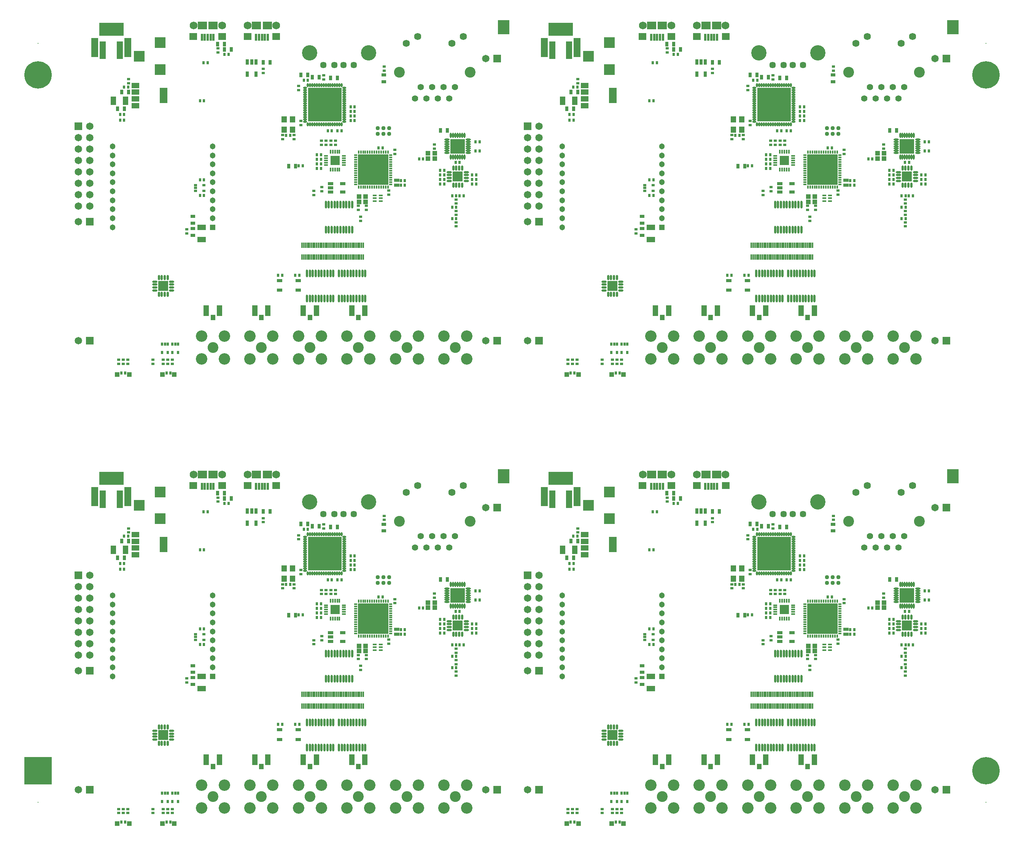
<source format=gts>
G04 Layer_Color=8388736*
%FSLAX24Y24*%
%MOIN*%
G70*
G01*
G75*
%ADD127R,0.2400X0.2400*%
%ADD128C,0.2400*%
%ADD129R,0.0296X0.0217*%
%ADD130R,0.0414X0.0257*%
%ADD131R,0.0469X0.0921*%
%ADD132R,0.0449X0.0469*%
%ADD133R,0.0434X0.0395*%
%ADD134R,0.0493X0.0729*%
%ADD135R,0.0729X0.0493*%
%ADD136R,0.0217X0.0296*%
%ADD137R,0.0296X0.0225*%
%ADD138R,0.0236X0.0610*%
%ADD139R,0.0139X0.0509*%
%ADD140R,0.0473X0.0572*%
%ADD141C,0.0370*%
%ADD142R,0.0827X0.0709*%
%ADD143R,0.0709X0.0630*%
%ADD144O,0.0198X0.0454*%
%ADD145O,0.0454X0.0198*%
%ADD146R,0.0910X0.0910*%
%ADD147O,0.0170X0.0454*%
%ADD148O,0.0454X0.0170*%
%ADD149R,0.1300X0.1300*%
%ADD150R,0.0257X0.0414*%
%ADD151R,0.0355X0.0178*%
%ADD152R,0.0454X0.0257*%
%ADD153R,0.2658X0.2658*%
%ADD154O,0.0296X0.0158*%
%ADD155O,0.0158X0.0296*%
%ADD156O,0.0178X0.0670*%
%ADD157R,0.0473X0.0296*%
%ADD158R,0.0847X0.0847*%
%ADD159O,0.0375X0.0158*%
%ADD160O,0.0158X0.0375*%
%ADD161R,0.2934X0.2934*%
%ADD162O,0.0355X0.0170*%
%ADD163O,0.0170X0.0355*%
%ADD164R,0.0296X0.0473*%
%ADD165R,0.0651X0.0454*%
%ADD166R,0.0651X0.1359*%
%ADD167R,0.0473X0.0316*%
%ADD168O,0.0454X0.0178*%
%ADD169O,0.0178X0.0454*%
%ADD170R,0.0887X0.0887*%
%ADD171R,0.0232X0.0252*%
%ADD172R,0.0390X0.0409*%
%ADD173R,0.0225X0.0296*%
%ADD174R,0.0530X0.1535*%
%ADD175R,0.0630X0.1705*%
%ADD176R,0.2155X0.1155*%
%ADD177C,0.0080*%
%ADD178C,0.1005*%
%ADD179C,0.0946*%
%ADD180C,0.0060*%
%ADD181C,0.1340*%
%ADD182C,0.0572*%
%ADD183R,0.0926X0.0926*%
%ADD184C,0.0651*%
%ADD185R,0.0651X0.0651*%
%ADD186C,0.0556*%
%ADD187C,0.0623*%
%ADD188R,0.0651X0.0651*%
%ADD189C,0.0690*%
%ADD190C,0.0513*%
%ADD191R,0.0513X0.0513*%
G36*
X82840Y69484D02*
X81840D01*
Y70734D01*
X82840D01*
Y69484D01*
D02*
G37*
G36*
X43470D02*
X42470D01*
Y70734D01*
X43470D01*
Y69484D01*
D02*
G37*
G36*
X82840Y30114D02*
X81840D01*
Y31364D01*
X82840D01*
Y30114D01*
D02*
G37*
G36*
X43470D02*
X42470D01*
Y31364D01*
X43470D01*
Y30114D01*
D02*
G37*
D127*
X2165Y4921D02*
D03*
D128*
Y65945D02*
D03*
X85236D02*
D03*
Y4921D02*
D03*
D129*
X32479Y26923D02*
D03*
Y27277D02*
D03*
X21882Y27077D02*
D03*
Y26723D02*
D03*
X27382Y20777D02*
D03*
Y20423D02*
D03*
X38805Y13633D02*
D03*
Y13279D02*
D03*
Y14279D02*
D03*
Y14633D02*
D03*
Y15279D02*
D03*
Y15633D02*
D03*
X36902Y20455D02*
D03*
Y20101D02*
D03*
X30432Y14127D02*
D03*
Y13773D02*
D03*
X32882Y16427D02*
D03*
Y16073D02*
D03*
X33432Y19623D02*
D03*
Y19977D02*
D03*
X30932Y14723D02*
D03*
Y15077D02*
D03*
X30232Y14723D02*
D03*
Y15077D02*
D03*
X26332Y16023D02*
D03*
Y16377D02*
D03*
X27032Y16727D02*
D03*
Y16373D02*
D03*
X27832Y20423D02*
D03*
Y20777D02*
D03*
X28232D02*
D03*
Y20423D02*
D03*
X26982Y20777D02*
D03*
Y20423D02*
D03*
X23582Y21277D02*
D03*
Y20923D02*
D03*
X24582Y21277D02*
D03*
Y20923D02*
D03*
X25182Y22527D02*
D03*
Y22173D02*
D03*
X24982Y25577D02*
D03*
Y25223D02*
D03*
X27182Y26527D02*
D03*
Y26173D02*
D03*
X17932Y28877D02*
D03*
Y28523D02*
D03*
X10082Y25823D02*
D03*
Y26177D02*
D03*
X15182Y13027D02*
D03*
Y12673D02*
D03*
X9629Y1577D02*
D03*
Y1223D02*
D03*
X9229D02*
D03*
Y1577D02*
D03*
X10029Y1223D02*
D03*
Y1577D02*
D03*
X13929D02*
D03*
Y1223D02*
D03*
X13529Y1577D02*
D03*
Y1223D02*
D03*
X13129Y1577D02*
D03*
Y1223D02*
D03*
X12229Y1577D02*
D03*
Y1223D02*
D03*
X71849Y26923D02*
D03*
Y27277D02*
D03*
X61252Y27077D02*
D03*
Y26723D02*
D03*
X66752Y20777D02*
D03*
Y20423D02*
D03*
X78175Y13633D02*
D03*
Y13279D02*
D03*
Y14279D02*
D03*
Y14633D02*
D03*
Y15279D02*
D03*
Y15633D02*
D03*
X76272Y20455D02*
D03*
Y20101D02*
D03*
X69802Y14127D02*
D03*
Y13773D02*
D03*
X72252Y16427D02*
D03*
Y16073D02*
D03*
X72802Y19623D02*
D03*
Y19977D02*
D03*
X70302Y14723D02*
D03*
Y15077D02*
D03*
X69602Y14723D02*
D03*
Y15077D02*
D03*
X65702Y16023D02*
D03*
Y16377D02*
D03*
X66402Y16727D02*
D03*
Y16373D02*
D03*
X67202Y20423D02*
D03*
Y20777D02*
D03*
X67602D02*
D03*
Y20423D02*
D03*
X66352Y20777D02*
D03*
Y20423D02*
D03*
X62952Y21277D02*
D03*
Y20923D02*
D03*
X63952Y21277D02*
D03*
Y20923D02*
D03*
X64552Y22527D02*
D03*
Y22173D02*
D03*
X64352Y25577D02*
D03*
Y25223D02*
D03*
X66552Y26527D02*
D03*
Y26173D02*
D03*
X57302Y28877D02*
D03*
Y28523D02*
D03*
X49452Y25823D02*
D03*
Y26177D02*
D03*
X54552Y13027D02*
D03*
Y12673D02*
D03*
X48999Y1577D02*
D03*
Y1223D02*
D03*
X48599D02*
D03*
Y1577D02*
D03*
X49399Y1223D02*
D03*
Y1577D02*
D03*
X53299D02*
D03*
Y1223D02*
D03*
X52899Y1577D02*
D03*
Y1223D02*
D03*
X52499Y1577D02*
D03*
Y1223D02*
D03*
X51599Y1577D02*
D03*
Y1223D02*
D03*
X32479Y66293D02*
D03*
Y66647D02*
D03*
X21882Y66447D02*
D03*
Y66093D02*
D03*
X27382Y60147D02*
D03*
Y59793D02*
D03*
X38805Y53004D02*
D03*
Y52649D02*
D03*
Y53649D02*
D03*
Y54004D02*
D03*
Y54649D02*
D03*
Y55004D02*
D03*
X36902Y59825D02*
D03*
Y59471D02*
D03*
X30432Y53497D02*
D03*
Y53143D02*
D03*
X32882Y55797D02*
D03*
Y55443D02*
D03*
X33432Y58993D02*
D03*
Y59347D02*
D03*
X30932Y54093D02*
D03*
Y54447D02*
D03*
X30232Y54093D02*
D03*
Y54447D02*
D03*
X26332Y55393D02*
D03*
Y55747D02*
D03*
X27032Y56097D02*
D03*
Y55743D02*
D03*
X27832Y59793D02*
D03*
Y60147D02*
D03*
X28232D02*
D03*
Y59793D02*
D03*
X26982Y60147D02*
D03*
Y59793D02*
D03*
X23582Y60647D02*
D03*
Y60293D02*
D03*
X24582Y60647D02*
D03*
Y60293D02*
D03*
X25182Y61897D02*
D03*
Y61543D02*
D03*
X24982Y64947D02*
D03*
Y64593D02*
D03*
X27182Y65897D02*
D03*
Y65543D02*
D03*
X17932Y68247D02*
D03*
Y67893D02*
D03*
X10082Y65193D02*
D03*
Y65547D02*
D03*
X15182Y52397D02*
D03*
Y52043D02*
D03*
X9629Y40947D02*
D03*
Y40593D02*
D03*
X9229D02*
D03*
Y40947D02*
D03*
X10029Y40593D02*
D03*
Y40947D02*
D03*
X13929D02*
D03*
Y40593D02*
D03*
X13529Y40947D02*
D03*
Y40593D02*
D03*
X13129Y40947D02*
D03*
Y40593D02*
D03*
X12229Y40947D02*
D03*
Y40593D02*
D03*
X71849Y66293D02*
D03*
Y66647D02*
D03*
X61252Y66447D02*
D03*
Y66093D02*
D03*
X66752Y60147D02*
D03*
Y59793D02*
D03*
X78175Y53004D02*
D03*
Y52649D02*
D03*
Y53649D02*
D03*
Y54004D02*
D03*
Y54649D02*
D03*
Y55004D02*
D03*
X76272Y59825D02*
D03*
Y59471D02*
D03*
X69802Y53497D02*
D03*
Y53143D02*
D03*
X72252Y55797D02*
D03*
Y55443D02*
D03*
X72802Y58993D02*
D03*
Y59347D02*
D03*
X70302Y54093D02*
D03*
Y54447D02*
D03*
X69602Y54093D02*
D03*
Y54447D02*
D03*
X65702Y55393D02*
D03*
Y55747D02*
D03*
X66402Y56097D02*
D03*
Y55743D02*
D03*
X67202Y59793D02*
D03*
Y60147D02*
D03*
X67602D02*
D03*
Y59793D02*
D03*
X66352Y60147D02*
D03*
Y59793D02*
D03*
X62952Y60647D02*
D03*
Y60293D02*
D03*
X63952Y60647D02*
D03*
Y60293D02*
D03*
X64552Y61897D02*
D03*
Y61543D02*
D03*
X64352Y64947D02*
D03*
Y64593D02*
D03*
X66552Y65897D02*
D03*
Y65543D02*
D03*
X57302Y68247D02*
D03*
Y67893D02*
D03*
X49452Y65193D02*
D03*
Y65547D02*
D03*
X54552Y52397D02*
D03*
Y52043D02*
D03*
X48999Y40947D02*
D03*
Y40593D02*
D03*
X48599D02*
D03*
Y40947D02*
D03*
X49399Y40593D02*
D03*
Y40947D02*
D03*
X53299D02*
D03*
Y40593D02*
D03*
X52899Y40947D02*
D03*
Y40593D02*
D03*
X52499Y40947D02*
D03*
Y40593D02*
D03*
X51599Y40947D02*
D03*
Y40593D02*
D03*
D130*
X32470Y25955D02*
D03*
Y26545D02*
D03*
X15732Y12505D02*
D03*
Y13095D02*
D03*
Y14145D02*
D03*
Y13555D02*
D03*
X71841Y25955D02*
D03*
Y26545D02*
D03*
X55102Y12505D02*
D03*
Y13095D02*
D03*
Y14145D02*
D03*
Y13555D02*
D03*
X32470Y65325D02*
D03*
Y65915D02*
D03*
X15732Y51875D02*
D03*
Y52465D02*
D03*
Y53515D02*
D03*
Y52925D02*
D03*
X71841Y65325D02*
D03*
Y65915D02*
D03*
X55102Y51875D02*
D03*
Y52465D02*
D03*
Y53515D02*
D03*
Y52925D02*
D03*
D131*
X29648Y5900D02*
D03*
X30810D02*
D03*
X26560D02*
D03*
X25398D02*
D03*
X21148D02*
D03*
X22310D02*
D03*
X18060D02*
D03*
X16898D02*
D03*
X69019D02*
D03*
X70180D02*
D03*
X65930D02*
D03*
X64769D02*
D03*
X60518D02*
D03*
X61680D02*
D03*
X57430D02*
D03*
X56269D02*
D03*
X29648Y45270D02*
D03*
X30810D02*
D03*
X26560D02*
D03*
X25398D02*
D03*
X21148D02*
D03*
X22310D02*
D03*
X18060D02*
D03*
X16898D02*
D03*
X69019D02*
D03*
X70180D02*
D03*
X65930D02*
D03*
X64769D02*
D03*
X60518D02*
D03*
X61680D02*
D03*
X57430D02*
D03*
X56269D02*
D03*
D132*
X30229Y5300D02*
D03*
X25979D02*
D03*
X21729D02*
D03*
X17479D02*
D03*
X69599D02*
D03*
X65349D02*
D03*
X61099D02*
D03*
X56849D02*
D03*
X30229Y44670D02*
D03*
X25979D02*
D03*
X21729D02*
D03*
X17479D02*
D03*
X69599D02*
D03*
X65349D02*
D03*
X61099D02*
D03*
X56849D02*
D03*
D133*
X36915Y19224D02*
D03*
X36344D02*
D03*
Y19676D02*
D03*
X36915D02*
D03*
X30297Y15876D02*
D03*
X30868D02*
D03*
Y15424D02*
D03*
X30297D02*
D03*
X76285Y19224D02*
D03*
X75714D02*
D03*
Y19676D02*
D03*
X76285D02*
D03*
X69667Y15876D02*
D03*
X70238D02*
D03*
Y15424D02*
D03*
X69667D02*
D03*
X36915Y58594D02*
D03*
X36344D02*
D03*
Y59046D02*
D03*
X36915D02*
D03*
X30297Y55246D02*
D03*
X30868D02*
D03*
Y54794D02*
D03*
X30297D02*
D03*
X76285Y58594D02*
D03*
X75714D02*
D03*
Y59046D02*
D03*
X76285D02*
D03*
X69667Y55246D02*
D03*
X70238D02*
D03*
Y54794D02*
D03*
X69667D02*
D03*
D134*
X9814Y24300D02*
D03*
X8751D02*
D03*
X49184D02*
D03*
X48121D02*
D03*
X9814Y63670D02*
D03*
X8751D02*
D03*
X49184D02*
D03*
X48121D02*
D03*
D135*
X16482Y13182D02*
D03*
Y12119D02*
D03*
X55852Y13182D02*
D03*
Y12119D02*
D03*
X16482Y52552D02*
D03*
Y51489D02*
D03*
X55852Y52552D02*
D03*
Y51489D02*
D03*
D136*
X16355Y17350D02*
D03*
X16709D02*
D03*
Y16000D02*
D03*
X16355D02*
D03*
X38809Y13950D02*
D03*
X38455D02*
D03*
X38809Y14950D02*
D03*
X38455D02*
D03*
X38809Y15956D02*
D03*
X38455D02*
D03*
X39459D02*
D03*
X39105D02*
D03*
X40205Y17006D02*
D03*
X40559D02*
D03*
X40205Y17406D02*
D03*
X40559D02*
D03*
X40205Y17806D02*
D03*
X40559D02*
D03*
X37759Y17006D02*
D03*
X37405D02*
D03*
Y17406D02*
D03*
X37759D02*
D03*
X37405Y17806D02*
D03*
X37759D02*
D03*
X37405Y18206D02*
D03*
X37759D02*
D03*
X39109Y18906D02*
D03*
X38755D02*
D03*
X40505Y19906D02*
D03*
X40859D02*
D03*
X40505Y20706D02*
D03*
X40859D02*
D03*
X35552Y19200D02*
D03*
X35906D02*
D03*
X33955Y16900D02*
D03*
X34309D02*
D03*
X33955Y17300D02*
D03*
X34309D02*
D03*
X32005Y20150D02*
D03*
X32359D02*
D03*
X26605Y19150D02*
D03*
X26959D02*
D03*
X26605Y18750D02*
D03*
X26959D02*
D03*
Y18350D02*
D03*
X26605D02*
D03*
X26959Y19550D02*
D03*
X26605D02*
D03*
X25005Y18600D02*
D03*
X25359D02*
D03*
X24259Y21250D02*
D03*
X23905D02*
D03*
X27555Y21650D02*
D03*
X27909D02*
D03*
X28405D02*
D03*
X28759D02*
D03*
X29909Y22550D02*
D03*
X29555D02*
D03*
X29909Y22950D02*
D03*
X29555D02*
D03*
Y23350D02*
D03*
X29909D02*
D03*
X29555Y23750D02*
D03*
X29909D02*
D03*
X25809Y26100D02*
D03*
X25455D02*
D03*
X16658Y27613D02*
D03*
X17013D02*
D03*
X18505Y28350D02*
D03*
X18859D02*
D03*
X16355Y24300D02*
D03*
X16709D02*
D03*
X9709Y22600D02*
D03*
X9355D02*
D03*
X9709Y23100D02*
D03*
X9355D02*
D03*
X10059Y25500D02*
D03*
X9705D02*
D03*
X23202Y9000D02*
D03*
X23556D02*
D03*
X25056D02*
D03*
X24702D02*
D03*
X55725Y17350D02*
D03*
X56080D02*
D03*
Y16000D02*
D03*
X55725D02*
D03*
X78180Y13950D02*
D03*
X77825D02*
D03*
X78180Y14950D02*
D03*
X77825D02*
D03*
X78180Y15956D02*
D03*
X77825D02*
D03*
X78830D02*
D03*
X78475D02*
D03*
X79575Y17006D02*
D03*
X79930D02*
D03*
X79575Y17406D02*
D03*
X79930D02*
D03*
X79575Y17806D02*
D03*
X79930D02*
D03*
X77130Y17006D02*
D03*
X76775D02*
D03*
Y17406D02*
D03*
X77130D02*
D03*
X76775Y17806D02*
D03*
X77130D02*
D03*
X76775Y18206D02*
D03*
X77130D02*
D03*
X78480Y18906D02*
D03*
X78125D02*
D03*
X79875Y19906D02*
D03*
X80230D02*
D03*
X79875Y20706D02*
D03*
X80230D02*
D03*
X74922Y19200D02*
D03*
X75276D02*
D03*
X73325Y16900D02*
D03*
X73680D02*
D03*
X73325Y17300D02*
D03*
X73680D02*
D03*
X71375Y20150D02*
D03*
X71730D02*
D03*
X65975Y19150D02*
D03*
X66330D02*
D03*
X65975Y18750D02*
D03*
X66330D02*
D03*
Y18350D02*
D03*
X65975D02*
D03*
X66330Y19550D02*
D03*
X65975D02*
D03*
X64375Y18600D02*
D03*
X64730D02*
D03*
X63630Y21250D02*
D03*
X63275D02*
D03*
X66925Y21650D02*
D03*
X67280D02*
D03*
X67775D02*
D03*
X68130D02*
D03*
X69280Y22550D02*
D03*
X68925D02*
D03*
X69280Y22950D02*
D03*
X68925D02*
D03*
Y23350D02*
D03*
X69280D02*
D03*
X68925Y23750D02*
D03*
X69280D02*
D03*
X65180Y26100D02*
D03*
X64825D02*
D03*
X56028Y27613D02*
D03*
X56383D02*
D03*
X57875Y28350D02*
D03*
X58230D02*
D03*
X55725Y24300D02*
D03*
X56080D02*
D03*
X49080Y22600D02*
D03*
X48725D02*
D03*
X49080Y23100D02*
D03*
X48725D02*
D03*
X49430Y25500D02*
D03*
X49075D02*
D03*
X62572Y9000D02*
D03*
X62926D02*
D03*
X64426D02*
D03*
X64072D02*
D03*
X16355Y56720D02*
D03*
X16709D02*
D03*
Y55370D02*
D03*
X16355D02*
D03*
X38809Y53320D02*
D03*
X38455D02*
D03*
X38809Y54320D02*
D03*
X38455D02*
D03*
X38809Y55326D02*
D03*
X38455D02*
D03*
X39459D02*
D03*
X39105D02*
D03*
X40205Y56376D02*
D03*
X40559D02*
D03*
X40205Y56776D02*
D03*
X40559D02*
D03*
X40205Y57176D02*
D03*
X40559D02*
D03*
X37759Y56376D02*
D03*
X37405D02*
D03*
Y56776D02*
D03*
X37759D02*
D03*
X37405Y57176D02*
D03*
X37759D02*
D03*
X37405Y57576D02*
D03*
X37759D02*
D03*
X39109Y58276D02*
D03*
X38755D02*
D03*
X40505Y59276D02*
D03*
X40859D02*
D03*
X40505Y60076D02*
D03*
X40859D02*
D03*
X35552Y58570D02*
D03*
X35906D02*
D03*
X33955Y56270D02*
D03*
X34309D02*
D03*
X33955Y56670D02*
D03*
X34309D02*
D03*
X32005Y59520D02*
D03*
X32359D02*
D03*
X26605Y58520D02*
D03*
X26959D02*
D03*
X26605Y58120D02*
D03*
X26959D02*
D03*
Y57720D02*
D03*
X26605D02*
D03*
X26959Y58920D02*
D03*
X26605D02*
D03*
X25005Y57970D02*
D03*
X25359D02*
D03*
X24259Y60620D02*
D03*
X23905D02*
D03*
X27555Y61020D02*
D03*
X27909D02*
D03*
X28405D02*
D03*
X28759D02*
D03*
X29909Y61920D02*
D03*
X29555D02*
D03*
X29909Y62320D02*
D03*
X29555D02*
D03*
Y62720D02*
D03*
X29909D02*
D03*
X29555Y63120D02*
D03*
X29909D02*
D03*
X25809Y65470D02*
D03*
X25455D02*
D03*
X16658Y66983D02*
D03*
X17013D02*
D03*
X18505Y67720D02*
D03*
X18859D02*
D03*
X16355Y63670D02*
D03*
X16709D02*
D03*
X9709Y61970D02*
D03*
X9355D02*
D03*
X9709Y62470D02*
D03*
X9355D02*
D03*
X10059Y64870D02*
D03*
X9705D02*
D03*
X23202Y48370D02*
D03*
X23556D02*
D03*
X25056D02*
D03*
X24702D02*
D03*
X55725Y56720D02*
D03*
X56080D02*
D03*
Y55370D02*
D03*
X55725D02*
D03*
X78180Y53320D02*
D03*
X77825D02*
D03*
X78180Y54320D02*
D03*
X77825D02*
D03*
X78180Y55326D02*
D03*
X77825D02*
D03*
X78830D02*
D03*
X78475D02*
D03*
X79575Y56376D02*
D03*
X79930D02*
D03*
X79575Y56776D02*
D03*
X79930D02*
D03*
X79575Y57176D02*
D03*
X79930D02*
D03*
X77130Y56376D02*
D03*
X76775D02*
D03*
Y56776D02*
D03*
X77130D02*
D03*
X76775Y57176D02*
D03*
X77130D02*
D03*
X76775Y57576D02*
D03*
X77130D02*
D03*
X78480Y58276D02*
D03*
X78125D02*
D03*
X79875Y59276D02*
D03*
X80230D02*
D03*
X79875Y60076D02*
D03*
X80230D02*
D03*
X74922Y58570D02*
D03*
X75276D02*
D03*
X73325Y56270D02*
D03*
X73680D02*
D03*
X73325Y56670D02*
D03*
X73680D02*
D03*
X71375Y59520D02*
D03*
X71730D02*
D03*
X65975Y58520D02*
D03*
X66330D02*
D03*
X65975Y58120D02*
D03*
X66330D02*
D03*
Y57720D02*
D03*
X65975D02*
D03*
X66330Y58920D02*
D03*
X65975D02*
D03*
X64375Y57970D02*
D03*
X64730D02*
D03*
X63630Y60620D02*
D03*
X63275D02*
D03*
X66925Y61020D02*
D03*
X67280D02*
D03*
X67775D02*
D03*
X68130D02*
D03*
X69280Y61920D02*
D03*
X68925D02*
D03*
X69280Y62320D02*
D03*
X68925D02*
D03*
Y62720D02*
D03*
X69280D02*
D03*
X68925Y63120D02*
D03*
X69280D02*
D03*
X65180Y65470D02*
D03*
X64825D02*
D03*
X56028Y66983D02*
D03*
X56383D02*
D03*
X57875Y67720D02*
D03*
X58230D02*
D03*
X55725Y63670D02*
D03*
X56080D02*
D03*
X49080Y61970D02*
D03*
X48725D02*
D03*
X49080Y62470D02*
D03*
X48725D02*
D03*
X49430Y64870D02*
D03*
X49075D02*
D03*
X62572Y48370D02*
D03*
X62926D02*
D03*
X64426D02*
D03*
X64072D02*
D03*
D137*
X15958Y16394D02*
D03*
Y16650D02*
D03*
Y16906D02*
D03*
X16706D02*
D03*
Y16394D02*
D03*
X55328D02*
D03*
Y16650D02*
D03*
Y16906D02*
D03*
X56076D02*
D03*
Y16394D02*
D03*
X15958Y55764D02*
D03*
Y56020D02*
D03*
Y56276D02*
D03*
X16706D02*
D03*
Y55764D02*
D03*
X55328D02*
D03*
Y56020D02*
D03*
Y56276D02*
D03*
X56076D02*
D03*
Y55764D02*
D03*
D138*
X21782Y29847D02*
D03*
X22038D02*
D03*
X22294D02*
D03*
X21270D02*
D03*
X21526D02*
D03*
X17032D02*
D03*
X16776D02*
D03*
X16520D02*
D03*
X17288D02*
D03*
X17544D02*
D03*
X61152D02*
D03*
X61408D02*
D03*
X61664D02*
D03*
X60641D02*
D03*
X60896D02*
D03*
X56402D02*
D03*
X56146D02*
D03*
X55891D02*
D03*
X56658D02*
D03*
X56914D02*
D03*
X21782Y69217D02*
D03*
X22038D02*
D03*
X22294D02*
D03*
X21270D02*
D03*
X21526D02*
D03*
X17032D02*
D03*
X16776D02*
D03*
X16520D02*
D03*
X17288D02*
D03*
X17544D02*
D03*
X61152D02*
D03*
X61408D02*
D03*
X61664D02*
D03*
X60641D02*
D03*
X60896D02*
D03*
X56402D02*
D03*
X56146D02*
D03*
X55891D02*
D03*
X56658D02*
D03*
X56914D02*
D03*
D139*
X30659Y11620D02*
D03*
X30502D02*
D03*
X30344D02*
D03*
X30187D02*
D03*
X30030D02*
D03*
X29872D02*
D03*
X29715D02*
D03*
X29557D02*
D03*
X29400D02*
D03*
X29242D02*
D03*
X29085D02*
D03*
X28927D02*
D03*
X28770D02*
D03*
X28612D02*
D03*
X28455D02*
D03*
X28297D02*
D03*
X28140D02*
D03*
X27982D02*
D03*
X27825D02*
D03*
X27667D02*
D03*
X27510D02*
D03*
X27352D02*
D03*
X27195D02*
D03*
X27037D02*
D03*
X26880D02*
D03*
X26722D02*
D03*
X26565D02*
D03*
X26407D02*
D03*
X26250D02*
D03*
X26093D02*
D03*
X25935D02*
D03*
X25778D02*
D03*
X25620D02*
D03*
X25463D02*
D03*
X25305D02*
D03*
X30659Y10580D02*
D03*
X30502D02*
D03*
X30344D02*
D03*
X30187D02*
D03*
X30030D02*
D03*
X29872D02*
D03*
X29715D02*
D03*
X29557D02*
D03*
X29400D02*
D03*
X29242D02*
D03*
X29085D02*
D03*
X28927D02*
D03*
X28770D02*
D03*
X28612D02*
D03*
X28455D02*
D03*
X28297D02*
D03*
X28140D02*
D03*
X27982D02*
D03*
X27825D02*
D03*
X27667D02*
D03*
X27510D02*
D03*
X27352D02*
D03*
X27195D02*
D03*
X27037D02*
D03*
X26880D02*
D03*
X26722D02*
D03*
X26565D02*
D03*
X26407D02*
D03*
X26250D02*
D03*
X26093D02*
D03*
X25935D02*
D03*
X25778D02*
D03*
X25620D02*
D03*
X25463D02*
D03*
X25305D02*
D03*
X70030Y11620D02*
D03*
X69872D02*
D03*
X69715D02*
D03*
X69557D02*
D03*
X69400D02*
D03*
X69242D02*
D03*
X69085D02*
D03*
X68927D02*
D03*
X68770D02*
D03*
X68612D02*
D03*
X68455D02*
D03*
X68297D02*
D03*
X68140D02*
D03*
X67982D02*
D03*
X67825D02*
D03*
X67667D02*
D03*
X67510D02*
D03*
X67352D02*
D03*
X67195D02*
D03*
X67037D02*
D03*
X66880D02*
D03*
X66722D02*
D03*
X66565D02*
D03*
X66407D02*
D03*
X66250D02*
D03*
X66093D02*
D03*
X65935D02*
D03*
X65778D02*
D03*
X65620D02*
D03*
X65463D02*
D03*
X65305D02*
D03*
X65148D02*
D03*
X64990D02*
D03*
X64833D02*
D03*
X64675D02*
D03*
X70030Y10580D02*
D03*
X69872D02*
D03*
X69715D02*
D03*
X69557D02*
D03*
X69400D02*
D03*
X69242D02*
D03*
X69085D02*
D03*
X68927D02*
D03*
X68770D02*
D03*
X68612D02*
D03*
X68455D02*
D03*
X68297D02*
D03*
X68140D02*
D03*
X67982D02*
D03*
X67825D02*
D03*
X67667D02*
D03*
X67510D02*
D03*
X67352D02*
D03*
X67195D02*
D03*
X67037D02*
D03*
X66880D02*
D03*
X66722D02*
D03*
X66565D02*
D03*
X66407D02*
D03*
X66250D02*
D03*
X66093D02*
D03*
X65935D02*
D03*
X65778D02*
D03*
X65620D02*
D03*
X65463D02*
D03*
X65305D02*
D03*
X65148D02*
D03*
X64990D02*
D03*
X64833D02*
D03*
X64675D02*
D03*
X30659Y50990D02*
D03*
X30502D02*
D03*
X30344D02*
D03*
X30187D02*
D03*
X30030D02*
D03*
X29872D02*
D03*
X29715D02*
D03*
X29557D02*
D03*
X29400D02*
D03*
X29242D02*
D03*
X29085D02*
D03*
X28927D02*
D03*
X28770D02*
D03*
X28612D02*
D03*
X28455D02*
D03*
X28297D02*
D03*
X28140D02*
D03*
X27982D02*
D03*
X27825D02*
D03*
X27667D02*
D03*
X27510D02*
D03*
X27352D02*
D03*
X27195D02*
D03*
X27037D02*
D03*
X26880D02*
D03*
X26722D02*
D03*
X26565D02*
D03*
X26407D02*
D03*
X26250D02*
D03*
X26093D02*
D03*
X25935D02*
D03*
X25778D02*
D03*
X25620D02*
D03*
X25463D02*
D03*
X25305D02*
D03*
X30659Y49950D02*
D03*
X30502D02*
D03*
X30344D02*
D03*
X30187D02*
D03*
X30030D02*
D03*
X29872D02*
D03*
X29715D02*
D03*
X29557D02*
D03*
X29400D02*
D03*
X29242D02*
D03*
X29085D02*
D03*
X28927D02*
D03*
X28770D02*
D03*
X28612D02*
D03*
X28455D02*
D03*
X28297D02*
D03*
X28140D02*
D03*
X27982D02*
D03*
X27825D02*
D03*
X27667D02*
D03*
X27510D02*
D03*
X27352D02*
D03*
X27195D02*
D03*
X27037D02*
D03*
X26880D02*
D03*
X26722D02*
D03*
X26565D02*
D03*
X26407D02*
D03*
X26250D02*
D03*
X26093D02*
D03*
X25935D02*
D03*
X25778D02*
D03*
X25620D02*
D03*
X25463D02*
D03*
X25305D02*
D03*
X70030Y50990D02*
D03*
X69872D02*
D03*
X69715D02*
D03*
X69557D02*
D03*
X69400D02*
D03*
X69242D02*
D03*
X69085D02*
D03*
X68927D02*
D03*
X68770D02*
D03*
X68612D02*
D03*
X68455D02*
D03*
X68297D02*
D03*
X68140D02*
D03*
X67982D02*
D03*
X67825D02*
D03*
X67667D02*
D03*
X67510D02*
D03*
X67352D02*
D03*
X67195D02*
D03*
X67037D02*
D03*
X66880D02*
D03*
X66722D02*
D03*
X66565D02*
D03*
X66407D02*
D03*
X66250D02*
D03*
X66093D02*
D03*
X65935D02*
D03*
X65778D02*
D03*
X65620D02*
D03*
X65463D02*
D03*
X65305D02*
D03*
X65148D02*
D03*
X64990D02*
D03*
X64833D02*
D03*
X64675D02*
D03*
X70030Y49950D02*
D03*
X69872D02*
D03*
X69715D02*
D03*
X69557D02*
D03*
X69400D02*
D03*
X69242D02*
D03*
X69085D02*
D03*
X68927D02*
D03*
X68770D02*
D03*
X68612D02*
D03*
X68455D02*
D03*
X68297D02*
D03*
X68140D02*
D03*
X67982D02*
D03*
X67825D02*
D03*
X67667D02*
D03*
X67510D02*
D03*
X67352D02*
D03*
X67195D02*
D03*
X67037D02*
D03*
X66880D02*
D03*
X66722D02*
D03*
X66565D02*
D03*
X66407D02*
D03*
X66250D02*
D03*
X66093D02*
D03*
X65935D02*
D03*
X65778D02*
D03*
X65620D02*
D03*
X65463D02*
D03*
X65305D02*
D03*
X65148D02*
D03*
X64990D02*
D03*
X64833D02*
D03*
X64675D02*
D03*
D140*
X23718Y22653D02*
D03*
Y21747D02*
D03*
X24446D02*
D03*
Y22653D02*
D03*
X63088D02*
D03*
Y21747D02*
D03*
X63817D02*
D03*
Y22653D02*
D03*
X23718Y62023D02*
D03*
Y61117D02*
D03*
X24446D02*
D03*
Y62023D02*
D03*
X63088D02*
D03*
Y61117D02*
D03*
X63817D02*
D03*
Y62023D02*
D03*
D141*
X32932Y21400D02*
D03*
X32432D02*
D03*
X31932D02*
D03*
Y21900D02*
D03*
X32432D02*
D03*
X32932D02*
D03*
X72302Y21400D02*
D03*
X71802D02*
D03*
X71302D02*
D03*
Y21900D02*
D03*
X71802D02*
D03*
X72302D02*
D03*
X32932Y60770D02*
D03*
X32432D02*
D03*
X31932D02*
D03*
Y61270D02*
D03*
X32432D02*
D03*
X32932D02*
D03*
X72302Y60770D02*
D03*
X71802D02*
D03*
X71302D02*
D03*
Y61270D02*
D03*
X71802D02*
D03*
X72302D02*
D03*
D142*
X21310Y30900D02*
D03*
X22255D02*
D03*
X17505D02*
D03*
X16560D02*
D03*
X60680D02*
D03*
X61625D02*
D03*
X56875D02*
D03*
X55930D02*
D03*
X21310Y70270D02*
D03*
X22255D02*
D03*
X17505D02*
D03*
X16560D02*
D03*
X60680D02*
D03*
X61625D02*
D03*
X56875D02*
D03*
X55930D02*
D03*
D143*
X20522Y29916D02*
D03*
X23042D02*
D03*
X18292D02*
D03*
X15772D02*
D03*
X59893D02*
D03*
X62412D02*
D03*
X57662D02*
D03*
X55143D02*
D03*
X20522Y69286D02*
D03*
X23042D02*
D03*
X18292D02*
D03*
X15772D02*
D03*
X59893D02*
D03*
X62412D02*
D03*
X57662D02*
D03*
X55143D02*
D03*
D144*
X39316Y18404D02*
D03*
X39060D02*
D03*
X38804D02*
D03*
X38548D02*
D03*
Y16908D02*
D03*
X38804D02*
D03*
X39060D02*
D03*
X39316D02*
D03*
X78686Y18404D02*
D03*
X78430D02*
D03*
X78174D02*
D03*
X77919D02*
D03*
Y16908D02*
D03*
X78174D02*
D03*
X78430D02*
D03*
X78686D02*
D03*
X39316Y57774D02*
D03*
X39060D02*
D03*
X38804D02*
D03*
X38548D02*
D03*
Y56278D02*
D03*
X38804D02*
D03*
X39060D02*
D03*
X39316D02*
D03*
X78686Y57774D02*
D03*
X78430D02*
D03*
X78174D02*
D03*
X77919D02*
D03*
Y56278D02*
D03*
X78174D02*
D03*
X78430D02*
D03*
X78686D02*
D03*
D145*
X38184Y18040D02*
D03*
Y17784D02*
D03*
Y17528D02*
D03*
Y17272D02*
D03*
X39680D02*
D03*
Y17528D02*
D03*
Y17784D02*
D03*
Y18040D02*
D03*
X77554D02*
D03*
Y17784D02*
D03*
Y17528D02*
D03*
Y17272D02*
D03*
X79050D02*
D03*
Y17528D02*
D03*
Y17784D02*
D03*
Y18040D02*
D03*
X38184Y57410D02*
D03*
Y57154D02*
D03*
Y56898D02*
D03*
Y56643D02*
D03*
X39680D02*
D03*
Y56898D02*
D03*
Y57154D02*
D03*
Y57410D02*
D03*
X77554D02*
D03*
Y57154D02*
D03*
Y56898D02*
D03*
Y56643D02*
D03*
X79050D02*
D03*
Y56898D02*
D03*
Y57154D02*
D03*
Y57410D02*
D03*
D146*
X38932Y17656D02*
D03*
X78302D02*
D03*
X38932Y57026D02*
D03*
X78302D02*
D03*
D147*
X39523Y21251D02*
D03*
X39326D02*
D03*
X39129D02*
D03*
X38932D02*
D03*
X38735D02*
D03*
X38539D02*
D03*
X38342D02*
D03*
Y19361D02*
D03*
X38539D02*
D03*
X38735D02*
D03*
X38932D02*
D03*
X39129D02*
D03*
X39326D02*
D03*
X39523D02*
D03*
X78893Y21251D02*
D03*
X78696D02*
D03*
X78499D02*
D03*
X78302D02*
D03*
X78106D02*
D03*
X77909D02*
D03*
X77712D02*
D03*
Y19361D02*
D03*
X77909D02*
D03*
X78106D02*
D03*
X78302D02*
D03*
X78499D02*
D03*
X78696D02*
D03*
X78893D02*
D03*
X39523Y60621D02*
D03*
X39326D02*
D03*
X39129D02*
D03*
X38932D02*
D03*
X38735D02*
D03*
X38539D02*
D03*
X38342D02*
D03*
Y58731D02*
D03*
X38539D02*
D03*
X38735D02*
D03*
X38932D02*
D03*
X39129D02*
D03*
X39326D02*
D03*
X39523D02*
D03*
X78893Y60621D02*
D03*
X78696D02*
D03*
X78499D02*
D03*
X78302D02*
D03*
X78106D02*
D03*
X77909D02*
D03*
X77712D02*
D03*
Y58731D02*
D03*
X77909D02*
D03*
X78106D02*
D03*
X78302D02*
D03*
X78499D02*
D03*
X78696D02*
D03*
X78893D02*
D03*
D148*
X37987Y20897D02*
D03*
Y20700D02*
D03*
Y20503D02*
D03*
Y20306D02*
D03*
Y20109D02*
D03*
Y19913D02*
D03*
Y19716D02*
D03*
X39877D02*
D03*
Y19913D02*
D03*
Y20109D02*
D03*
Y20306D02*
D03*
Y20503D02*
D03*
Y20700D02*
D03*
Y20897D02*
D03*
X77357D02*
D03*
Y20700D02*
D03*
Y20503D02*
D03*
Y20306D02*
D03*
Y20109D02*
D03*
Y19913D02*
D03*
Y19716D02*
D03*
X79247D02*
D03*
Y19913D02*
D03*
Y20109D02*
D03*
Y20306D02*
D03*
Y20503D02*
D03*
Y20700D02*
D03*
Y20897D02*
D03*
X37987Y60267D02*
D03*
Y60070D02*
D03*
Y59873D02*
D03*
Y59676D02*
D03*
Y59480D02*
D03*
Y59283D02*
D03*
Y59086D02*
D03*
X39877D02*
D03*
Y59283D02*
D03*
Y59480D02*
D03*
Y59676D02*
D03*
Y59873D02*
D03*
Y60070D02*
D03*
Y60267D02*
D03*
X77357D02*
D03*
Y60070D02*
D03*
Y59873D02*
D03*
Y59676D02*
D03*
Y59480D02*
D03*
Y59283D02*
D03*
Y59086D02*
D03*
X79247D02*
D03*
Y59283D02*
D03*
Y59480D02*
D03*
Y59676D02*
D03*
Y59873D02*
D03*
Y60070D02*
D03*
Y60267D02*
D03*
D149*
X38932Y20306D02*
D03*
X78302D02*
D03*
X38932Y59676D02*
D03*
X78302D02*
D03*
D150*
X37437Y21700D02*
D03*
X38028D02*
D03*
X24137Y18550D02*
D03*
X24728D02*
D03*
X25187Y26550D02*
D03*
X25778D02*
D03*
X28378Y26300D02*
D03*
X27787D02*
D03*
X26778Y26350D02*
D03*
X26187D02*
D03*
X22478Y27650D02*
D03*
X21887D02*
D03*
X19078Y28800D02*
D03*
X18487D02*
D03*
X17887Y29250D02*
D03*
X18478D02*
D03*
X9137Y23600D02*
D03*
X9728D02*
D03*
X9487Y25050D02*
D03*
X10078D02*
D03*
X76807Y21700D02*
D03*
X77398D02*
D03*
X63507Y18550D02*
D03*
X64098D02*
D03*
X64557Y26550D02*
D03*
X65148D02*
D03*
X67748Y26300D02*
D03*
X67157D02*
D03*
X66148Y26350D02*
D03*
X65557D02*
D03*
X61848Y27650D02*
D03*
X61257D02*
D03*
X58448Y28800D02*
D03*
X57857D02*
D03*
X57257Y29250D02*
D03*
X57848D02*
D03*
X48507Y23600D02*
D03*
X49098D02*
D03*
X48857Y25050D02*
D03*
X49448D02*
D03*
X37437Y61070D02*
D03*
X38028D02*
D03*
X24137Y57920D02*
D03*
X24728D02*
D03*
X25187Y65920D02*
D03*
X25778D02*
D03*
X28378Y65670D02*
D03*
X27787D02*
D03*
X26778Y65720D02*
D03*
X26187D02*
D03*
X22478Y67020D02*
D03*
X21887D02*
D03*
X19078Y68170D02*
D03*
X18487D02*
D03*
X17887Y68620D02*
D03*
X18478D02*
D03*
X9137Y62970D02*
D03*
X9728D02*
D03*
X9487Y64420D02*
D03*
X10078D02*
D03*
X76807Y61070D02*
D03*
X77398D02*
D03*
X63507Y57920D02*
D03*
X64098D02*
D03*
X64557Y65920D02*
D03*
X65148D02*
D03*
X67748Y65670D02*
D03*
X67157D02*
D03*
X66148Y65720D02*
D03*
X65557D02*
D03*
X61848Y67020D02*
D03*
X61257D02*
D03*
X58448Y68170D02*
D03*
X57857D02*
D03*
X57257Y68620D02*
D03*
X57848D02*
D03*
X48507Y62970D02*
D03*
X49098D02*
D03*
X48857Y64420D02*
D03*
X49448D02*
D03*
D151*
X32188Y15494D02*
D03*
Y15750D02*
D03*
Y16006D02*
D03*
X31676Y15494D02*
D03*
Y15750D02*
D03*
Y16006D02*
D03*
X71558Y15494D02*
D03*
Y15750D02*
D03*
Y16006D02*
D03*
X71046Y15494D02*
D03*
Y15750D02*
D03*
Y16006D02*
D03*
X32188Y54864D02*
D03*
Y55120D02*
D03*
Y55376D02*
D03*
X31676Y54864D02*
D03*
Y55120D02*
D03*
Y55376D02*
D03*
X71558Y54864D02*
D03*
Y55120D02*
D03*
Y55376D02*
D03*
X71046Y54864D02*
D03*
Y55120D02*
D03*
Y55376D02*
D03*
D152*
X33582Y16883D02*
D03*
Y17317D02*
D03*
X72952Y16883D02*
D03*
Y17317D02*
D03*
X33582Y56254D02*
D03*
Y56687D02*
D03*
X72952Y56254D02*
D03*
Y56687D02*
D03*
D153*
X31532Y18250D02*
D03*
X70902D02*
D03*
X31532Y57620D02*
D03*
X70902D02*
D03*
D154*
X33068Y19530D02*
D03*
Y19333D02*
D03*
Y19136D02*
D03*
Y18939D02*
D03*
Y18742D02*
D03*
Y18545D02*
D03*
Y18348D02*
D03*
Y18152D02*
D03*
Y17955D02*
D03*
Y17758D02*
D03*
Y17561D02*
D03*
Y17364D02*
D03*
Y17167D02*
D03*
Y16970D02*
D03*
X29997D02*
D03*
Y17167D02*
D03*
Y17364D02*
D03*
Y17561D02*
D03*
Y17758D02*
D03*
Y17955D02*
D03*
Y18152D02*
D03*
Y18348D02*
D03*
Y18545D02*
D03*
Y18742D02*
D03*
Y18939D02*
D03*
Y19136D02*
D03*
Y19333D02*
D03*
Y19530D02*
D03*
X72438D02*
D03*
Y19333D02*
D03*
Y19136D02*
D03*
Y18939D02*
D03*
Y18742D02*
D03*
Y18545D02*
D03*
Y18348D02*
D03*
Y18152D02*
D03*
Y17955D02*
D03*
Y17758D02*
D03*
Y17561D02*
D03*
Y17364D02*
D03*
Y17167D02*
D03*
Y16970D02*
D03*
X69367D02*
D03*
Y17167D02*
D03*
Y17364D02*
D03*
Y17561D02*
D03*
Y17758D02*
D03*
Y17955D02*
D03*
Y18152D02*
D03*
Y18348D02*
D03*
Y18545D02*
D03*
Y18742D02*
D03*
Y18939D02*
D03*
Y19136D02*
D03*
Y19333D02*
D03*
Y19530D02*
D03*
X33068Y58900D02*
D03*
Y58703D02*
D03*
Y58506D02*
D03*
Y58309D02*
D03*
Y58112D02*
D03*
Y57915D02*
D03*
Y57719D02*
D03*
Y57522D02*
D03*
Y57325D02*
D03*
Y57128D02*
D03*
Y56931D02*
D03*
Y56734D02*
D03*
Y56537D02*
D03*
Y56341D02*
D03*
X29997D02*
D03*
Y56537D02*
D03*
Y56734D02*
D03*
Y56931D02*
D03*
Y57128D02*
D03*
Y57325D02*
D03*
Y57522D02*
D03*
Y57719D02*
D03*
Y57915D02*
D03*
Y58112D02*
D03*
Y58309D02*
D03*
Y58506D02*
D03*
Y58703D02*
D03*
Y58900D02*
D03*
X72438D02*
D03*
Y58703D02*
D03*
Y58506D02*
D03*
Y58309D02*
D03*
Y58112D02*
D03*
Y57915D02*
D03*
Y57719D02*
D03*
Y57522D02*
D03*
Y57325D02*
D03*
Y57128D02*
D03*
Y56931D02*
D03*
Y56734D02*
D03*
Y56537D02*
D03*
Y56341D02*
D03*
X69367D02*
D03*
Y56537D02*
D03*
Y56734D02*
D03*
Y56931D02*
D03*
Y57128D02*
D03*
Y57325D02*
D03*
Y57522D02*
D03*
Y57719D02*
D03*
Y57915D02*
D03*
Y58112D02*
D03*
Y58309D02*
D03*
Y58506D02*
D03*
Y58703D02*
D03*
Y58900D02*
D03*
D155*
X32812Y16715D02*
D03*
X32615D02*
D03*
X32418D02*
D03*
X32221D02*
D03*
X32024D02*
D03*
X31828D02*
D03*
X31631D02*
D03*
X31434D02*
D03*
X31237D02*
D03*
X31040D02*
D03*
X30843D02*
D03*
X30646D02*
D03*
X30450D02*
D03*
X30253D02*
D03*
Y19785D02*
D03*
X30450D02*
D03*
X30646D02*
D03*
X30843D02*
D03*
X31040D02*
D03*
X31237D02*
D03*
X31434D02*
D03*
X31631D02*
D03*
X31828D02*
D03*
X32024D02*
D03*
X32221D02*
D03*
X32418D02*
D03*
X32615D02*
D03*
X32812D02*
D03*
X72182Y16715D02*
D03*
X71985D02*
D03*
X71788D02*
D03*
X71591D02*
D03*
X71394D02*
D03*
X71198D02*
D03*
X71001D02*
D03*
X70804D02*
D03*
X70607D02*
D03*
X70410D02*
D03*
X70213D02*
D03*
X70017D02*
D03*
X69820D02*
D03*
X69623D02*
D03*
Y19785D02*
D03*
X69820D02*
D03*
X70017D02*
D03*
X70213D02*
D03*
X70410D02*
D03*
X70607D02*
D03*
X70804D02*
D03*
X71001D02*
D03*
X71198D02*
D03*
X71394D02*
D03*
X71591D02*
D03*
X71788D02*
D03*
X71985D02*
D03*
X72182D02*
D03*
X32812Y56085D02*
D03*
X32615D02*
D03*
X32418D02*
D03*
X32221D02*
D03*
X32024D02*
D03*
X31828D02*
D03*
X31631D02*
D03*
X31434D02*
D03*
X31237D02*
D03*
X31040D02*
D03*
X30843D02*
D03*
X30646D02*
D03*
X30450D02*
D03*
X30253D02*
D03*
Y59156D02*
D03*
X30450D02*
D03*
X30646D02*
D03*
X30843D02*
D03*
X31040D02*
D03*
X31237D02*
D03*
X31434D02*
D03*
X31631D02*
D03*
X31828D02*
D03*
X32024D02*
D03*
X32221D02*
D03*
X32418D02*
D03*
X32615D02*
D03*
X32812D02*
D03*
X72182Y56085D02*
D03*
X71985D02*
D03*
X71788D02*
D03*
X71591D02*
D03*
X71394D02*
D03*
X71198D02*
D03*
X71001D02*
D03*
X70804D02*
D03*
X70607D02*
D03*
X70410D02*
D03*
X70213D02*
D03*
X70017D02*
D03*
X69820D02*
D03*
X69623D02*
D03*
Y59156D02*
D03*
X69820D02*
D03*
X70017D02*
D03*
X70213D02*
D03*
X70410D02*
D03*
X70607D02*
D03*
X70804D02*
D03*
X71001D02*
D03*
X71198D02*
D03*
X71394D02*
D03*
X71591D02*
D03*
X71788D02*
D03*
X71985D02*
D03*
X72182D02*
D03*
D156*
X29684Y15202D02*
D03*
X29428D02*
D03*
X29172D02*
D03*
X28916D02*
D03*
X28660D02*
D03*
X28404D02*
D03*
X28148D02*
D03*
X27893D02*
D03*
X27637D02*
D03*
X27381D02*
D03*
X29684Y12998D02*
D03*
X29428D02*
D03*
X29172D02*
D03*
X28916D02*
D03*
X28660D02*
D03*
X28404D02*
D03*
X28148D02*
D03*
X27893D02*
D03*
X27637D02*
D03*
X27381D02*
D03*
X25731Y6948D02*
D03*
X25987D02*
D03*
X26243D02*
D03*
X26498D02*
D03*
X26754D02*
D03*
X27010D02*
D03*
X27266D02*
D03*
X27522D02*
D03*
X27778D02*
D03*
X28034D02*
D03*
X25731Y9152D02*
D03*
X25987D02*
D03*
X26243D02*
D03*
X26498D02*
D03*
X26754D02*
D03*
X27010D02*
D03*
X27266D02*
D03*
X27522D02*
D03*
X27778D02*
D03*
X28034D02*
D03*
X28531Y6948D02*
D03*
X28787D02*
D03*
X29043D02*
D03*
X29298D02*
D03*
X29554D02*
D03*
X29810D02*
D03*
X30066D02*
D03*
X30322D02*
D03*
X30578D02*
D03*
X30834D02*
D03*
X28531Y9152D02*
D03*
X28787D02*
D03*
X29043D02*
D03*
X29298D02*
D03*
X29554D02*
D03*
X29810D02*
D03*
X30066D02*
D03*
X30322D02*
D03*
X30578D02*
D03*
X30834D02*
D03*
X69054Y15202D02*
D03*
X68798D02*
D03*
X68542D02*
D03*
X68286D02*
D03*
X68030D02*
D03*
X67774D02*
D03*
X67519D02*
D03*
X67263D02*
D03*
X67007D02*
D03*
X66751D02*
D03*
X69054Y12998D02*
D03*
X68798D02*
D03*
X68542D02*
D03*
X68286D02*
D03*
X68030D02*
D03*
X67774D02*
D03*
X67519D02*
D03*
X67263D02*
D03*
X67007D02*
D03*
X66751D02*
D03*
X65101Y6948D02*
D03*
X65357D02*
D03*
X65613D02*
D03*
X65869D02*
D03*
X66124D02*
D03*
X66380D02*
D03*
X66636D02*
D03*
X66892D02*
D03*
X67148D02*
D03*
X67404D02*
D03*
X65101Y9152D02*
D03*
X65357D02*
D03*
X65613D02*
D03*
X65869D02*
D03*
X66124D02*
D03*
X66380D02*
D03*
X66636D02*
D03*
X66892D02*
D03*
X67148D02*
D03*
X67404D02*
D03*
X67901Y6948D02*
D03*
X68157D02*
D03*
X68413D02*
D03*
X68668D02*
D03*
X68924D02*
D03*
X69180D02*
D03*
X69436D02*
D03*
X69692D02*
D03*
X69948D02*
D03*
X70204D02*
D03*
X67901Y9152D02*
D03*
X68157D02*
D03*
X68413D02*
D03*
X68668D02*
D03*
X68924D02*
D03*
X69180D02*
D03*
X69436D02*
D03*
X69692D02*
D03*
X69948D02*
D03*
X70204D02*
D03*
X29684Y54572D02*
D03*
X29428D02*
D03*
X29172D02*
D03*
X28916D02*
D03*
X28660D02*
D03*
X28404D02*
D03*
X28148D02*
D03*
X27893D02*
D03*
X27637D02*
D03*
X27381D02*
D03*
X29684Y52368D02*
D03*
X29428D02*
D03*
X29172D02*
D03*
X28916D02*
D03*
X28660D02*
D03*
X28404D02*
D03*
X28148D02*
D03*
X27893D02*
D03*
X27637D02*
D03*
X27381D02*
D03*
X25731Y46318D02*
D03*
X25987D02*
D03*
X26243D02*
D03*
X26498D02*
D03*
X26754D02*
D03*
X27010D02*
D03*
X27266D02*
D03*
X27522D02*
D03*
X27778D02*
D03*
X28034D02*
D03*
X25731Y48522D02*
D03*
X25987D02*
D03*
X26243D02*
D03*
X26498D02*
D03*
X26754D02*
D03*
X27010D02*
D03*
X27266D02*
D03*
X27522D02*
D03*
X27778D02*
D03*
X28034D02*
D03*
X28531Y46318D02*
D03*
X28787D02*
D03*
X29043D02*
D03*
X29298D02*
D03*
X29554D02*
D03*
X29810D02*
D03*
X30066D02*
D03*
X30322D02*
D03*
X30578D02*
D03*
X30834D02*
D03*
X28531Y48522D02*
D03*
X28787D02*
D03*
X29043D02*
D03*
X29298D02*
D03*
X29554D02*
D03*
X29810D02*
D03*
X30066D02*
D03*
X30322D02*
D03*
X30578D02*
D03*
X30834D02*
D03*
X69054Y54572D02*
D03*
X68798D02*
D03*
X68542D02*
D03*
X68286D02*
D03*
X68030D02*
D03*
X67774D02*
D03*
X67519D02*
D03*
X67263D02*
D03*
X67007D02*
D03*
X66751D02*
D03*
X69054Y52368D02*
D03*
X68798D02*
D03*
X68542D02*
D03*
X68286D02*
D03*
X68030D02*
D03*
X67774D02*
D03*
X67519D02*
D03*
X67263D02*
D03*
X67007D02*
D03*
X66751D02*
D03*
X65101Y46318D02*
D03*
X65357D02*
D03*
X65613D02*
D03*
X65869D02*
D03*
X66124D02*
D03*
X66380D02*
D03*
X66636D02*
D03*
X66892D02*
D03*
X67148D02*
D03*
X67404D02*
D03*
X65101Y48522D02*
D03*
X65357D02*
D03*
X65613D02*
D03*
X65869D02*
D03*
X66124D02*
D03*
X66380D02*
D03*
X66636D02*
D03*
X66892D02*
D03*
X67148D02*
D03*
X67404D02*
D03*
X67901Y46318D02*
D03*
X68157D02*
D03*
X68413D02*
D03*
X68668D02*
D03*
X68924D02*
D03*
X69180D02*
D03*
X69436D02*
D03*
X69692D02*
D03*
X69948D02*
D03*
X70204D02*
D03*
X67901Y48522D02*
D03*
X68157D02*
D03*
X68413D02*
D03*
X68668D02*
D03*
X68924D02*
D03*
X69180D02*
D03*
X69436D02*
D03*
X69692D02*
D03*
X69948D02*
D03*
X70204D02*
D03*
D157*
X27801Y17024D02*
D03*
Y16650D02*
D03*
Y16276D02*
D03*
X28864D02*
D03*
Y17024D02*
D03*
X67171D02*
D03*
Y16650D02*
D03*
Y16276D02*
D03*
X68234D02*
D03*
Y17024D02*
D03*
X27801Y56394D02*
D03*
Y56020D02*
D03*
Y55646D02*
D03*
X28864D02*
D03*
Y56394D02*
D03*
X67171D02*
D03*
Y56020D02*
D03*
Y55646D02*
D03*
X68234D02*
D03*
Y56394D02*
D03*
D158*
X28182Y19050D02*
D03*
X67552D02*
D03*
X28182Y58420D02*
D03*
X67552D02*
D03*
D159*
X28970Y19444D02*
D03*
Y19247D02*
D03*
Y19050D02*
D03*
Y18853D02*
D03*
Y18656D02*
D03*
X27395D02*
D03*
Y18853D02*
D03*
Y19050D02*
D03*
Y19247D02*
D03*
Y19444D02*
D03*
X68340D02*
D03*
Y19247D02*
D03*
Y19050D02*
D03*
Y18853D02*
D03*
Y18656D02*
D03*
X66765D02*
D03*
Y18853D02*
D03*
Y19050D02*
D03*
Y19247D02*
D03*
Y19444D02*
D03*
X28970Y58814D02*
D03*
Y58617D02*
D03*
Y58420D02*
D03*
Y58223D02*
D03*
Y58026D02*
D03*
X27395D02*
D03*
Y58223D02*
D03*
Y58420D02*
D03*
Y58617D02*
D03*
Y58814D02*
D03*
X68340D02*
D03*
Y58617D02*
D03*
Y58420D02*
D03*
Y58223D02*
D03*
Y58026D02*
D03*
X66765D02*
D03*
Y58223D02*
D03*
Y58420D02*
D03*
Y58617D02*
D03*
Y58814D02*
D03*
D160*
X28576Y18263D02*
D03*
X28379D02*
D03*
X28182D02*
D03*
X27985D02*
D03*
X27789D02*
D03*
Y19837D02*
D03*
X27985D02*
D03*
X28182D02*
D03*
X28379D02*
D03*
X28576D02*
D03*
X67946Y18263D02*
D03*
X67749D02*
D03*
X67552D02*
D03*
X67356D02*
D03*
X67159D02*
D03*
Y19837D02*
D03*
X67356D02*
D03*
X67552D02*
D03*
X67749D02*
D03*
X67946D02*
D03*
X28576Y57633D02*
D03*
X28379D02*
D03*
X28182D02*
D03*
X27985D02*
D03*
X27789D02*
D03*
Y59207D02*
D03*
X27985D02*
D03*
X28182D02*
D03*
X28379D02*
D03*
X28576D02*
D03*
X67946Y57633D02*
D03*
X67749D02*
D03*
X67552D02*
D03*
X67356D02*
D03*
X67159D02*
D03*
Y59207D02*
D03*
X67356D02*
D03*
X67552D02*
D03*
X67749D02*
D03*
X67946D02*
D03*
D161*
X27282Y23950D02*
D03*
X66652D02*
D03*
X27282Y63320D02*
D03*
X66652D02*
D03*
D162*
X25570Y22474D02*
D03*
Y22670D02*
D03*
Y22867D02*
D03*
Y23064D02*
D03*
Y23261D02*
D03*
Y23458D02*
D03*
Y23655D02*
D03*
Y23852D02*
D03*
Y24048D02*
D03*
Y24245D02*
D03*
Y24442D02*
D03*
Y24639D02*
D03*
Y24836D02*
D03*
Y25033D02*
D03*
Y25230D02*
D03*
Y25426D02*
D03*
X28995D02*
D03*
Y25230D02*
D03*
Y25033D02*
D03*
Y24836D02*
D03*
Y24639D02*
D03*
Y24442D02*
D03*
Y24245D02*
D03*
Y24048D02*
D03*
Y23852D02*
D03*
Y23655D02*
D03*
Y23458D02*
D03*
Y23261D02*
D03*
Y23064D02*
D03*
Y22867D02*
D03*
Y22670D02*
D03*
Y22474D02*
D03*
X64940D02*
D03*
Y22670D02*
D03*
Y22867D02*
D03*
Y23064D02*
D03*
Y23261D02*
D03*
Y23458D02*
D03*
Y23655D02*
D03*
Y23852D02*
D03*
Y24048D02*
D03*
Y24245D02*
D03*
Y24442D02*
D03*
Y24639D02*
D03*
Y24836D02*
D03*
Y25033D02*
D03*
Y25230D02*
D03*
Y25426D02*
D03*
X68365D02*
D03*
Y25230D02*
D03*
Y25033D02*
D03*
Y24836D02*
D03*
Y24639D02*
D03*
Y24442D02*
D03*
Y24245D02*
D03*
Y24048D02*
D03*
Y23852D02*
D03*
Y23655D02*
D03*
Y23458D02*
D03*
Y23261D02*
D03*
Y23064D02*
D03*
Y22867D02*
D03*
Y22670D02*
D03*
Y22474D02*
D03*
X25570Y61844D02*
D03*
Y62041D02*
D03*
Y62237D02*
D03*
Y62434D02*
D03*
Y62631D02*
D03*
Y62828D02*
D03*
Y63025D02*
D03*
Y63222D02*
D03*
Y63418D02*
D03*
Y63615D02*
D03*
Y63812D02*
D03*
Y64009D02*
D03*
Y64206D02*
D03*
Y64403D02*
D03*
Y64600D02*
D03*
Y64796D02*
D03*
X28995D02*
D03*
Y64600D02*
D03*
Y64403D02*
D03*
Y64206D02*
D03*
Y64009D02*
D03*
Y63812D02*
D03*
Y63615D02*
D03*
Y63418D02*
D03*
Y63222D02*
D03*
Y63025D02*
D03*
Y62828D02*
D03*
Y62631D02*
D03*
Y62434D02*
D03*
Y62237D02*
D03*
Y62041D02*
D03*
Y61844D02*
D03*
X64940D02*
D03*
Y62041D02*
D03*
Y62237D02*
D03*
Y62434D02*
D03*
Y62631D02*
D03*
Y62828D02*
D03*
Y63025D02*
D03*
Y63222D02*
D03*
Y63418D02*
D03*
Y63615D02*
D03*
Y63812D02*
D03*
Y64009D02*
D03*
Y64206D02*
D03*
Y64403D02*
D03*
Y64600D02*
D03*
Y64796D02*
D03*
X68365D02*
D03*
Y64600D02*
D03*
Y64403D02*
D03*
Y64206D02*
D03*
Y64009D02*
D03*
Y63812D02*
D03*
Y63615D02*
D03*
Y63418D02*
D03*
Y63222D02*
D03*
Y63025D02*
D03*
Y62828D02*
D03*
Y62631D02*
D03*
Y62434D02*
D03*
Y62237D02*
D03*
Y62041D02*
D03*
Y61844D02*
D03*
D163*
X25806Y25663D02*
D03*
X26003D02*
D03*
X26200D02*
D03*
X26396D02*
D03*
X26593D02*
D03*
X26790D02*
D03*
X26987D02*
D03*
X27184D02*
D03*
X27381D02*
D03*
X27578D02*
D03*
X27774D02*
D03*
X27971D02*
D03*
X28168D02*
D03*
X28365D02*
D03*
X28562D02*
D03*
X28759D02*
D03*
Y22237D02*
D03*
X28562D02*
D03*
X28365D02*
D03*
X28168D02*
D03*
X27971D02*
D03*
X27774D02*
D03*
X27578D02*
D03*
X27381D02*
D03*
X27184D02*
D03*
X26987D02*
D03*
X26790D02*
D03*
X26593D02*
D03*
X26396D02*
D03*
X26200D02*
D03*
X26003D02*
D03*
X25806D02*
D03*
X65176Y25663D02*
D03*
X65373D02*
D03*
X65570D02*
D03*
X65767D02*
D03*
X65963D02*
D03*
X66160D02*
D03*
X66357D02*
D03*
X66554D02*
D03*
X66751D02*
D03*
X66948D02*
D03*
X67144D02*
D03*
X67341D02*
D03*
X67538D02*
D03*
X67735D02*
D03*
X67932D02*
D03*
X68129D02*
D03*
Y22237D02*
D03*
X67932D02*
D03*
X67735D02*
D03*
X67538D02*
D03*
X67341D02*
D03*
X67144D02*
D03*
X66948D02*
D03*
X66751D02*
D03*
X66554D02*
D03*
X66357D02*
D03*
X66160D02*
D03*
X65963D02*
D03*
X65767D02*
D03*
X65570D02*
D03*
X65373D02*
D03*
X65176D02*
D03*
X25806Y65033D02*
D03*
X26003D02*
D03*
X26200D02*
D03*
X26396D02*
D03*
X26593D02*
D03*
X26790D02*
D03*
X26987D02*
D03*
X27184D02*
D03*
X27381D02*
D03*
X27578D02*
D03*
X27774D02*
D03*
X27971D02*
D03*
X28168D02*
D03*
X28365D02*
D03*
X28562D02*
D03*
X28759D02*
D03*
Y61607D02*
D03*
X28562D02*
D03*
X28365D02*
D03*
X28168D02*
D03*
X27971D02*
D03*
X27774D02*
D03*
X27578D02*
D03*
X27381D02*
D03*
X27184D02*
D03*
X26987D02*
D03*
X26790D02*
D03*
X26593D02*
D03*
X26396D02*
D03*
X26200D02*
D03*
X26003D02*
D03*
X25806D02*
D03*
X65176Y65033D02*
D03*
X65373D02*
D03*
X65570D02*
D03*
X65767D02*
D03*
X65963D02*
D03*
X66160D02*
D03*
X66357D02*
D03*
X66554D02*
D03*
X66751D02*
D03*
X66948D02*
D03*
X67144D02*
D03*
X67341D02*
D03*
X67538D02*
D03*
X67735D02*
D03*
X67932D02*
D03*
X68129D02*
D03*
Y61607D02*
D03*
X67932D02*
D03*
X67735D02*
D03*
X67538D02*
D03*
X67341D02*
D03*
X67144D02*
D03*
X66948D02*
D03*
X66751D02*
D03*
X66554D02*
D03*
X66357D02*
D03*
X66160D02*
D03*
X65963D02*
D03*
X65767D02*
D03*
X65570D02*
D03*
X65373D02*
D03*
X65176D02*
D03*
D164*
X21256Y27682D02*
D03*
X20882D02*
D03*
X20508D02*
D03*
Y26618D02*
D03*
X21256D02*
D03*
X60626Y27682D02*
D03*
X60252D02*
D03*
X59878D02*
D03*
Y26618D02*
D03*
X60626D02*
D03*
X21256Y67052D02*
D03*
X20882D02*
D03*
X20508D02*
D03*
Y65989D02*
D03*
X21256D02*
D03*
X60626Y67052D02*
D03*
X60252D02*
D03*
X59878D02*
D03*
Y65989D02*
D03*
X60626D02*
D03*
D165*
X10692Y25636D02*
D03*
Y25045D02*
D03*
Y24455D02*
D03*
Y23864D02*
D03*
X50062Y25636D02*
D03*
Y25045D02*
D03*
Y24455D02*
D03*
Y23864D02*
D03*
X10692Y65006D02*
D03*
Y64415D02*
D03*
Y63825D02*
D03*
Y63234D02*
D03*
X50062Y65006D02*
D03*
Y64415D02*
D03*
Y63825D02*
D03*
Y63234D02*
D03*
D166*
X13172Y24750D02*
D03*
X52543D02*
D03*
X13172Y64120D02*
D03*
X52543D02*
D03*
D167*
X24946Y7677D02*
D03*
X23312D02*
D03*
X24946Y8523D02*
D03*
X23312D02*
D03*
X64316Y7677D02*
D03*
X62682D02*
D03*
X64316Y8523D02*
D03*
X62682D02*
D03*
X24946Y47047D02*
D03*
X23312D02*
D03*
X24946Y47893D02*
D03*
X23312D02*
D03*
X64316Y47047D02*
D03*
X62682D02*
D03*
X64316Y47893D02*
D03*
X62682D02*
D03*
D168*
X12401Y8434D02*
D03*
Y8178D02*
D03*
Y7922D02*
D03*
Y7666D02*
D03*
X13857D02*
D03*
Y7922D02*
D03*
Y8178D02*
D03*
Y8434D02*
D03*
X51771D02*
D03*
Y8178D02*
D03*
Y7922D02*
D03*
Y7666D02*
D03*
X53228D02*
D03*
Y7922D02*
D03*
Y8178D02*
D03*
Y8434D02*
D03*
X12401Y47804D02*
D03*
Y47548D02*
D03*
Y47292D02*
D03*
Y47036D02*
D03*
X13857D02*
D03*
Y47292D02*
D03*
Y47548D02*
D03*
Y47804D02*
D03*
X51771D02*
D03*
Y47548D02*
D03*
Y47292D02*
D03*
Y47036D02*
D03*
X53228D02*
D03*
Y47292D02*
D03*
Y47548D02*
D03*
Y47804D02*
D03*
D169*
X12745Y7322D02*
D03*
X13001D02*
D03*
X13257D02*
D03*
X13513D02*
D03*
Y8778D02*
D03*
X13257D02*
D03*
X13001D02*
D03*
X12745D02*
D03*
X52115Y7322D02*
D03*
X52371D02*
D03*
X52627D02*
D03*
X52883D02*
D03*
Y8778D02*
D03*
X52627D02*
D03*
X52371D02*
D03*
X52115D02*
D03*
X12745Y46692D02*
D03*
X13001D02*
D03*
X13257D02*
D03*
X13513D02*
D03*
Y48148D02*
D03*
X13257D02*
D03*
X13001D02*
D03*
X12745D02*
D03*
X52115Y46692D02*
D03*
X52371D02*
D03*
X52627D02*
D03*
X52883D02*
D03*
Y48148D02*
D03*
X52627D02*
D03*
X52371D02*
D03*
X52115D02*
D03*
D170*
X13129Y8050D02*
D03*
X52499D02*
D03*
X13129Y47420D02*
D03*
X52499D02*
D03*
D171*
X9796Y438D02*
D03*
X9462D02*
D03*
X13746D02*
D03*
X13412D02*
D03*
X49167D02*
D03*
X48832D02*
D03*
X53117D02*
D03*
X52782D02*
D03*
X9796Y39808D02*
D03*
X9462D02*
D03*
X13746D02*
D03*
X13412D02*
D03*
X49167D02*
D03*
X48832D02*
D03*
X53117D02*
D03*
X52782D02*
D03*
D172*
X9107Y300D02*
D03*
X10151D02*
D03*
X13057D02*
D03*
X14101D02*
D03*
X48478D02*
D03*
X49521D02*
D03*
X52428D02*
D03*
X53471D02*
D03*
X9107Y39670D02*
D03*
X10151D02*
D03*
X13057D02*
D03*
X14101D02*
D03*
X48478D02*
D03*
X49521D02*
D03*
X52428D02*
D03*
X53471D02*
D03*
D173*
X13023Y2974D02*
D03*
X13279D02*
D03*
X13535D02*
D03*
Y2226D02*
D03*
X13023D02*
D03*
X13923Y2974D02*
D03*
X14179D02*
D03*
X14435D02*
D03*
Y2226D02*
D03*
X13923D02*
D03*
X52393Y2974D02*
D03*
X52649D02*
D03*
X52905D02*
D03*
Y2226D02*
D03*
X52393D02*
D03*
X53293Y2974D02*
D03*
X53549D02*
D03*
X53805D02*
D03*
Y2226D02*
D03*
X53293D02*
D03*
X13023Y42344D02*
D03*
X13279D02*
D03*
X13535D02*
D03*
Y41596D02*
D03*
X13023D02*
D03*
X13923Y42344D02*
D03*
X14179D02*
D03*
X14435D02*
D03*
Y41596D02*
D03*
X13923D02*
D03*
X52393Y42344D02*
D03*
X52649D02*
D03*
X52905D02*
D03*
Y41596D02*
D03*
X52393D02*
D03*
X53293Y42344D02*
D03*
X53549D02*
D03*
X53805D02*
D03*
Y41596D02*
D03*
X53293D02*
D03*
D174*
X7842Y28740D02*
D03*
X9317D02*
D03*
X47212D02*
D03*
X48687D02*
D03*
X7842Y68110D02*
D03*
X9317D02*
D03*
X47212D02*
D03*
X48687D02*
D03*
D175*
X10017Y28955D02*
D03*
X7142D02*
D03*
X49387D02*
D03*
X46512D02*
D03*
X10017Y68325D02*
D03*
X7142D02*
D03*
X49387D02*
D03*
X46512D02*
D03*
D176*
X8579Y30550D02*
D03*
X47949D02*
D03*
X8579Y69920D02*
D03*
X47949D02*
D03*
D177*
X85236Y2165D02*
D03*
Y68701D02*
D03*
X2165D02*
D03*
Y2165D02*
D03*
D178*
X24979Y3650D02*
D03*
Y1650D02*
D03*
X26979D02*
D03*
Y3650D02*
D03*
X22729D02*
D03*
Y1650D02*
D03*
X20729D02*
D03*
Y3650D02*
D03*
X16479D02*
D03*
Y1650D02*
D03*
X18479D02*
D03*
Y3650D02*
D03*
X31229D02*
D03*
Y1650D02*
D03*
X29229D02*
D03*
Y3650D02*
D03*
X33479D02*
D03*
Y1650D02*
D03*
X35479D02*
D03*
Y3650D02*
D03*
X39729D02*
D03*
Y1650D02*
D03*
X37729D02*
D03*
Y3650D02*
D03*
X64349D02*
D03*
Y1650D02*
D03*
X66349D02*
D03*
Y3650D02*
D03*
X62099D02*
D03*
Y1650D02*
D03*
X60099D02*
D03*
Y3650D02*
D03*
X55849D02*
D03*
Y1650D02*
D03*
X57849D02*
D03*
Y3650D02*
D03*
X70599D02*
D03*
Y1650D02*
D03*
X68599D02*
D03*
Y3650D02*
D03*
X72849D02*
D03*
Y1650D02*
D03*
X74849D02*
D03*
Y3650D02*
D03*
X79099D02*
D03*
Y1650D02*
D03*
X77099D02*
D03*
Y3650D02*
D03*
X24979Y43020D02*
D03*
Y41020D02*
D03*
X26979D02*
D03*
Y43020D02*
D03*
X22729D02*
D03*
Y41020D02*
D03*
X20729D02*
D03*
Y43020D02*
D03*
X16479D02*
D03*
Y41020D02*
D03*
X18479D02*
D03*
Y43020D02*
D03*
X31229D02*
D03*
Y41020D02*
D03*
X29229D02*
D03*
Y43020D02*
D03*
X33479D02*
D03*
Y41020D02*
D03*
X35479D02*
D03*
Y43020D02*
D03*
X39729D02*
D03*
Y41020D02*
D03*
X37729D02*
D03*
Y43020D02*
D03*
X64349D02*
D03*
Y41020D02*
D03*
X66349D02*
D03*
Y43020D02*
D03*
X62099D02*
D03*
Y41020D02*
D03*
X60099D02*
D03*
Y43020D02*
D03*
X55849D02*
D03*
Y41020D02*
D03*
X57849D02*
D03*
Y43020D02*
D03*
X70599D02*
D03*
Y41020D02*
D03*
X68599D02*
D03*
Y43020D02*
D03*
X72849D02*
D03*
Y41020D02*
D03*
X74849D02*
D03*
Y43020D02*
D03*
X79099D02*
D03*
Y41020D02*
D03*
X77099D02*
D03*
Y43020D02*
D03*
D179*
X25979Y2650D02*
D03*
X21729D02*
D03*
X17479D02*
D03*
X30229D02*
D03*
X34479D02*
D03*
X38729D02*
D03*
X33832Y26799D02*
D03*
X40033D02*
D03*
X65349Y2650D02*
D03*
X61099D02*
D03*
X56849D02*
D03*
X69599D02*
D03*
X73849D02*
D03*
X78099D02*
D03*
X73202Y26799D02*
D03*
X79403D02*
D03*
X25979Y42020D02*
D03*
X21729D02*
D03*
X17479D02*
D03*
X30229D02*
D03*
X34479D02*
D03*
X38729D02*
D03*
X33832Y66169D02*
D03*
X40033D02*
D03*
X65349Y42020D02*
D03*
X61099D02*
D03*
X56849D02*
D03*
X69599D02*
D03*
X73849D02*
D03*
X78099D02*
D03*
X73202Y66169D02*
D03*
X79403D02*
D03*
D180*
X41532Y24100D02*
D03*
Y1400D02*
D03*
X6532D02*
D03*
Y24100D02*
D03*
X32073Y10954D02*
D03*
X20778Y19065D02*
D03*
X34682Y28000D02*
D03*
X39182D02*
D03*
X80902Y24100D02*
D03*
Y1400D02*
D03*
X45902D02*
D03*
Y24100D02*
D03*
X71443Y10954D02*
D03*
X60148Y19065D02*
D03*
X74052Y28000D02*
D03*
X78552D02*
D03*
X41532Y63470D02*
D03*
Y40770D02*
D03*
X6532D02*
D03*
Y63470D02*
D03*
X32073Y50324D02*
D03*
X20778Y58435D02*
D03*
X34682Y67370D02*
D03*
X39182D02*
D03*
X80902Y63470D02*
D03*
Y40770D02*
D03*
X45902D02*
D03*
Y63470D02*
D03*
X71443Y50324D02*
D03*
X60148Y58435D02*
D03*
X74052Y67370D02*
D03*
X78552D02*
D03*
D181*
X31119Y28500D02*
D03*
X25946D02*
D03*
X70489D02*
D03*
X65316D02*
D03*
X31119Y67870D02*
D03*
X25946D02*
D03*
X70489D02*
D03*
X65316D02*
D03*
D182*
X29812Y27433D02*
D03*
X28926D02*
D03*
X28139D02*
D03*
X27154D02*
D03*
X69182D02*
D03*
X68296D02*
D03*
X67509D02*
D03*
X66524D02*
D03*
X29812Y66803D02*
D03*
X28926D02*
D03*
X28139D02*
D03*
X27154D02*
D03*
X69182D02*
D03*
X68296D02*
D03*
X67509D02*
D03*
X66524D02*
D03*
D183*
X12863Y27014D02*
D03*
Y29376D02*
D03*
X11013Y28195D02*
D03*
X52233Y27014D02*
D03*
Y29376D02*
D03*
X50383Y28195D02*
D03*
X12863Y66384D02*
D03*
Y68746D02*
D03*
X11013Y67565D02*
D03*
X52233Y66384D02*
D03*
Y68746D02*
D03*
X50383Y67565D02*
D03*
D184*
X5682Y13700D02*
D03*
Y3250D02*
D03*
X41382Y28000D02*
D03*
X6682Y15050D02*
D03*
Y16050D02*
D03*
Y17050D02*
D03*
Y18050D02*
D03*
Y19050D02*
D03*
Y20050D02*
D03*
Y21050D02*
D03*
Y22050D02*
D03*
X5682Y15050D02*
D03*
Y16050D02*
D03*
Y17050D02*
D03*
Y18050D02*
D03*
Y19050D02*
D03*
Y20050D02*
D03*
Y21050D02*
D03*
X41382Y3250D02*
D03*
X45052Y13700D02*
D03*
Y3250D02*
D03*
X80752Y28000D02*
D03*
X46052Y15050D02*
D03*
Y16050D02*
D03*
Y17050D02*
D03*
Y18050D02*
D03*
Y19050D02*
D03*
Y20050D02*
D03*
Y21050D02*
D03*
Y22050D02*
D03*
X45052Y15050D02*
D03*
Y16050D02*
D03*
Y17050D02*
D03*
Y18050D02*
D03*
Y19050D02*
D03*
Y20050D02*
D03*
Y21050D02*
D03*
X80752Y3250D02*
D03*
X5682Y53070D02*
D03*
Y42620D02*
D03*
X41382Y67370D02*
D03*
X6682Y54420D02*
D03*
Y55420D02*
D03*
Y56420D02*
D03*
Y57420D02*
D03*
Y58420D02*
D03*
Y59420D02*
D03*
Y60420D02*
D03*
Y61420D02*
D03*
X5682Y54420D02*
D03*
Y55420D02*
D03*
Y56420D02*
D03*
Y57420D02*
D03*
Y58420D02*
D03*
Y59420D02*
D03*
Y60420D02*
D03*
X41382Y42620D02*
D03*
X45052Y53070D02*
D03*
Y42620D02*
D03*
X80752Y67370D02*
D03*
X46052Y54420D02*
D03*
Y55420D02*
D03*
Y56420D02*
D03*
Y57420D02*
D03*
Y58420D02*
D03*
Y59420D02*
D03*
Y60420D02*
D03*
Y61420D02*
D03*
X45052Y54420D02*
D03*
Y55420D02*
D03*
Y56420D02*
D03*
Y57420D02*
D03*
Y58420D02*
D03*
Y59420D02*
D03*
Y60420D02*
D03*
X80752Y42620D02*
D03*
D185*
X6682Y13700D02*
D03*
Y3250D02*
D03*
X42382Y28000D02*
D03*
Y3250D02*
D03*
X46052Y13700D02*
D03*
Y3250D02*
D03*
X81752Y28000D02*
D03*
Y3250D02*
D03*
X6682Y53070D02*
D03*
Y42620D02*
D03*
X42382Y67370D02*
D03*
Y42620D02*
D03*
X46052Y53070D02*
D03*
Y42620D02*
D03*
X81752Y67370D02*
D03*
Y42620D02*
D03*
D186*
X37682Y25500D02*
D03*
X36682D02*
D03*
X35682D02*
D03*
X38682D02*
D03*
X38182Y24500D02*
D03*
X37182D02*
D03*
X36182D02*
D03*
X35182D02*
D03*
X77052Y25500D02*
D03*
X76052D02*
D03*
X75052D02*
D03*
X78052D02*
D03*
X77552Y24500D02*
D03*
X76552D02*
D03*
X75552D02*
D03*
X74552D02*
D03*
X37682Y64870D02*
D03*
X36682D02*
D03*
X35682D02*
D03*
X38682D02*
D03*
X38182Y63870D02*
D03*
X37182D02*
D03*
X36182D02*
D03*
X35182D02*
D03*
X77052Y64870D02*
D03*
X76052D02*
D03*
X75052D02*
D03*
X78052D02*
D03*
X77552Y63870D02*
D03*
X76552D02*
D03*
X75552D02*
D03*
X74552D02*
D03*
D187*
X35442Y29929D02*
D03*
X38422Y29331D02*
D03*
X39422Y29929D02*
D03*
X34442Y29331D02*
D03*
X74812Y29929D02*
D03*
X77793Y29331D02*
D03*
X78793Y29929D02*
D03*
X73812Y29331D02*
D03*
X35442Y69299D02*
D03*
X38422Y68701D02*
D03*
X39422Y69299D02*
D03*
X34442Y68701D02*
D03*
X74812Y69299D02*
D03*
X77793Y68701D02*
D03*
X78793Y69299D02*
D03*
X73812Y68701D02*
D03*
D188*
X5682Y22050D02*
D03*
X45052D02*
D03*
X5682Y61420D02*
D03*
X45052D02*
D03*
D189*
X20532Y30900D02*
D03*
X23032D02*
D03*
X18282D02*
D03*
X15782D02*
D03*
X59902D02*
D03*
X62402D02*
D03*
X57652D02*
D03*
X55152D02*
D03*
X20532Y70270D02*
D03*
X23032D02*
D03*
X18282D02*
D03*
X15782D02*
D03*
X59902D02*
D03*
X62402D02*
D03*
X57652D02*
D03*
X55152D02*
D03*
D190*
X17455Y20293D02*
D03*
Y19506D02*
D03*
Y18719D02*
D03*
Y17931D02*
D03*
Y17144D02*
D03*
Y16356D02*
D03*
Y15569D02*
D03*
Y14782D02*
D03*
Y13994D02*
D03*
X8709Y20293D02*
D03*
Y19506D02*
D03*
Y18719D02*
D03*
Y17931D02*
D03*
Y17144D02*
D03*
Y16356D02*
D03*
Y15569D02*
D03*
Y14782D02*
D03*
Y13994D02*
D03*
Y13207D02*
D03*
X56825Y20293D02*
D03*
Y19506D02*
D03*
Y18719D02*
D03*
Y17931D02*
D03*
Y17144D02*
D03*
Y16356D02*
D03*
Y15569D02*
D03*
Y14782D02*
D03*
Y13994D02*
D03*
X48079Y20293D02*
D03*
Y19506D02*
D03*
Y18719D02*
D03*
Y17931D02*
D03*
Y17144D02*
D03*
Y16356D02*
D03*
Y15569D02*
D03*
Y14782D02*
D03*
Y13994D02*
D03*
Y13207D02*
D03*
X17455Y59663D02*
D03*
Y58876D02*
D03*
Y58089D02*
D03*
Y57301D02*
D03*
Y56514D02*
D03*
Y55726D02*
D03*
Y54939D02*
D03*
Y54152D02*
D03*
Y53364D02*
D03*
X8709Y59663D02*
D03*
Y58876D02*
D03*
Y58089D02*
D03*
Y57301D02*
D03*
Y56514D02*
D03*
Y55726D02*
D03*
Y54939D02*
D03*
Y54152D02*
D03*
Y53364D02*
D03*
Y52577D02*
D03*
X56825Y59663D02*
D03*
Y58876D02*
D03*
Y58089D02*
D03*
Y57301D02*
D03*
Y56514D02*
D03*
Y55726D02*
D03*
Y54939D02*
D03*
Y54152D02*
D03*
Y53364D02*
D03*
X48079Y59663D02*
D03*
Y58876D02*
D03*
Y58089D02*
D03*
Y57301D02*
D03*
Y56514D02*
D03*
Y55726D02*
D03*
Y54939D02*
D03*
Y54152D02*
D03*
Y53364D02*
D03*
Y52577D02*
D03*
D191*
X17455Y13207D02*
D03*
X56825D02*
D03*
X17455Y52577D02*
D03*
X56825D02*
D03*
M02*

</source>
